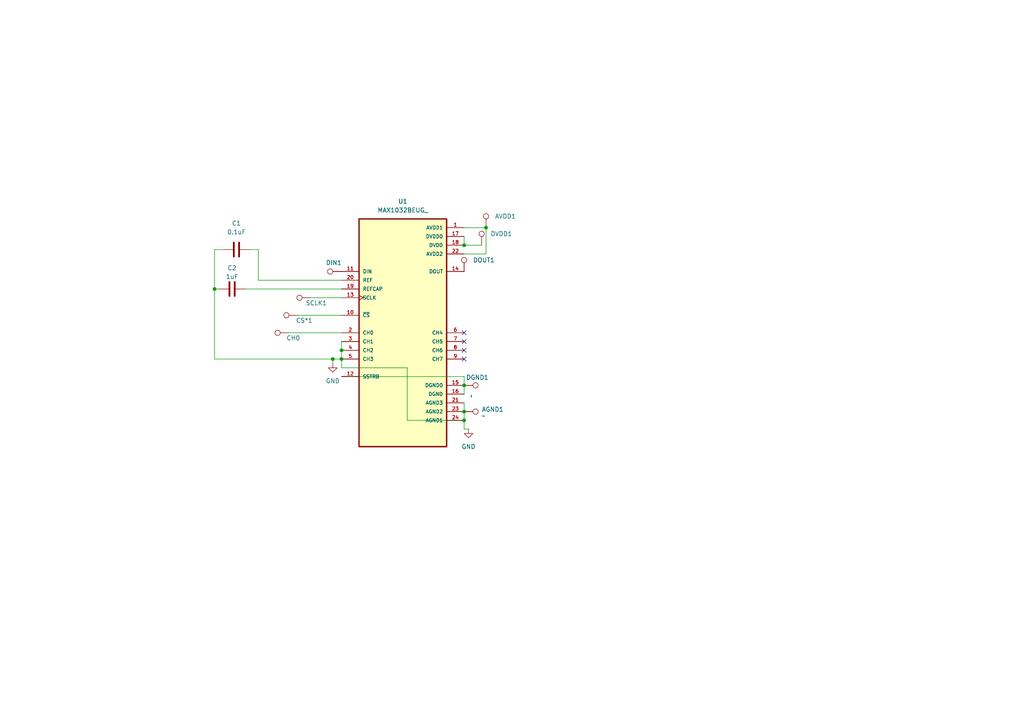
<source format=kicad_sch>
(kicad_sch
	(version 20231120)
	(generator "eeschema")
	(generator_version "8.0")
	(uuid "5faffeae-06ed-462f-bbfd-126f358049ae")
	(paper "A4")
	(lib_symbols
		(symbol "Connector:TestPoint"
			(pin_numbers hide)
			(pin_names
				(offset 0.762) hide)
			(exclude_from_sim no)
			(in_bom yes)
			(on_board yes)
			(property "Reference" "TP"
				(at 0 6.858 0)
				(effects
					(font
						(size 1.27 1.27)
					)
				)
			)
			(property "Value" "TestPoint"
				(at 0 5.08 0)
				(effects
					(font
						(size 1.27 1.27)
					)
				)
			)
			(property "Footprint" ""
				(at 5.08 0 0)
				(effects
					(font
						(size 1.27 1.27)
					)
					(hide yes)
				)
			)
			(property "Datasheet" "~"
				(at 5.08 0 0)
				(effects
					(font
						(size 1.27 1.27)
					)
					(hide yes)
				)
			)
			(property "Description" "test point"
				(at 0 0 0)
				(effects
					(font
						(size 1.27 1.27)
					)
					(hide yes)
				)
			)
			(property "ki_keywords" "test point tp"
				(at 0 0 0)
				(effects
					(font
						(size 1.27 1.27)
					)
					(hide yes)
				)
			)
			(property "ki_fp_filters" "Pin* Test*"
				(at 0 0 0)
				(effects
					(font
						(size 1.27 1.27)
					)
					(hide yes)
				)
			)
			(symbol "TestPoint_0_1"
				(circle
					(center 0 3.302)
					(radius 0.762)
					(stroke
						(width 0)
						(type default)
					)
					(fill
						(type none)
					)
				)
			)
			(symbol "TestPoint_1_1"
				(pin passive line
					(at 0 0 90)
					(length 2.54)
					(name "1"
						(effects
							(font
								(size 1.27 1.27)
							)
						)
					)
					(number "1"
						(effects
							(font
								(size 1.27 1.27)
							)
						)
					)
				)
			)
		)
		(symbol "Device:C"
			(pin_numbers hide)
			(pin_names
				(offset 0.254)
			)
			(exclude_from_sim no)
			(in_bom yes)
			(on_board yes)
			(property "Reference" "C"
				(at 0.635 2.54 0)
				(effects
					(font
						(size 1.27 1.27)
					)
					(justify left)
				)
			)
			(property "Value" "C"
				(at 0.635 -2.54 0)
				(effects
					(font
						(size 1.27 1.27)
					)
					(justify left)
				)
			)
			(property "Footprint" ""
				(at 0.9652 -3.81 0)
				(effects
					(font
						(size 1.27 1.27)
					)
					(hide yes)
				)
			)
			(property "Datasheet" "~"
				(at 0 0 0)
				(effects
					(font
						(size 1.27 1.27)
					)
					(hide yes)
				)
			)
			(property "Description" "Unpolarized capacitor"
				(at 0 0 0)
				(effects
					(font
						(size 1.27 1.27)
					)
					(hide yes)
				)
			)
			(property "ki_keywords" "cap capacitor"
				(at 0 0 0)
				(effects
					(font
						(size 1.27 1.27)
					)
					(hide yes)
				)
			)
			(property "ki_fp_filters" "C_*"
				(at 0 0 0)
				(effects
					(font
						(size 1.27 1.27)
					)
					(hide yes)
				)
			)
			(symbol "C_0_1"
				(polyline
					(pts
						(xy -2.032 -0.762) (xy 2.032 -0.762)
					)
					(stroke
						(width 0.508)
						(type default)
					)
					(fill
						(type none)
					)
				)
				(polyline
					(pts
						(xy -2.032 0.762) (xy 2.032 0.762)
					)
					(stroke
						(width 0.508)
						(type default)
					)
					(fill
						(type none)
					)
				)
			)
			(symbol "C_1_1"
				(pin passive line
					(at 0 3.81 270)
					(length 2.794)
					(name "~"
						(effects
							(font
								(size 1.27 1.27)
							)
						)
					)
					(number "1"
						(effects
							(font
								(size 1.27 1.27)
							)
						)
					)
				)
				(pin passive line
					(at 0 -3.81 90)
					(length 2.794)
					(name "~"
						(effects
							(font
								(size 1.27 1.27)
							)
						)
					)
					(number "2"
						(effects
							(font
								(size 1.27 1.27)
							)
						)
					)
				)
			)
		)
		(symbol "MAX1032BEUG_:MAX1032BEUG_"
			(pin_names
				(offset 1.016)
			)
			(exclude_from_sim no)
			(in_bom yes)
			(on_board yes)
			(property "Reference" "U"
				(at -12.7 34.0106 0)
				(effects
					(font
						(size 1.27 1.27)
					)
					(justify left bottom)
				)
			)
			(property "Value" "MAX1032BEUG_"
				(at -12.7 -37.0078 0)
				(effects
					(font
						(size 1.27 1.27)
					)
					(justify left bottom)
				)
			)
			(property "Footprint" "SOP65P640X110-24N"
				(at 0 0 0)
				(effects
					(font
						(size 1.27 1.27)
					)
					(justify left bottom)
					(hide yes)
				)
			)
			(property "Datasheet" ""
				(at 0 0 0)
				(effects
					(font
						(size 1.27 1.27)
					)
					(justify left bottom)
					(hide yes)
				)
			)
			(property "Description" ""
				(at 0 0 0)
				(effects
					(font
						(size 1.27 1.27)
					)
					(hide yes)
				)
			)
			(property "MF" "Analog Devices"
				(at 0 0 0)
				(effects
					(font
						(size 1.27 1.27)
					)
					(justify left bottom)
					(hide yes)
				)
			)
			(property "Description_1" "\\n                        \\n                            8- and 4-Channel, ±3 x VREF Multirange Inputs, Serial 14-Bit ADCs\\n                        \\n"
				(at 0 0 0)
				(effects
					(font
						(size 1.27 1.27)
					)
					(justify left bottom)
					(hide yes)
				)
			)
			(property "Package" "TSSOP-24 Maxim"
				(at 0 0 0)
				(effects
					(font
						(size 1.27 1.27)
					)
					(justify left bottom)
					(hide yes)
				)
			)
			(property "Price" "None"
				(at 0 0 0)
				(effects
					(font
						(size 1.27 1.27)
					)
					(justify left bottom)
					(hide yes)
				)
			)
			(property "SnapEDA_Link" "https://www.snapeda.com/parts/MAX1032BEUG+/Analog+Devices/view-part/?ref=snap"
				(at 0 0 0)
				(effects
					(font
						(size 1.27 1.27)
					)
					(justify left bottom)
					(hide yes)
				)
			)
			(property "MP" "MAX1032BEUG+"
				(at 0 0 0)
				(effects
					(font
						(size 1.27 1.27)
					)
					(justify left bottom)
					(hide yes)
				)
			)
			(property "Availability" "In Stock"
				(at 0 0 0)
				(effects
					(font
						(size 1.27 1.27)
					)
					(justify left bottom)
					(hide yes)
				)
			)
			(property "Check_prices" "https://www.snapeda.com/parts/MAX1032BEUG+/Analog+Devices/view-part/?ref=eda"
				(at 0 0 0)
				(effects
					(font
						(size 1.27 1.27)
					)
					(justify left bottom)
					(hide yes)
				)
			)
			(property "ki_locked" ""
				(at 0 0 0)
				(effects
					(font
						(size 1.27 1.27)
					)
				)
			)
			(symbol "MAX1032BEUG__0_0"
				(rectangle
					(start -12.7 -33.02)
					(end 12.7 33.02)
					(stroke
						(width 0.4064)
						(type solid)
					)
					(fill
						(type background)
					)
				)
				(pin power_in line
					(at 17.78 30.48 180)
					(length 5.08)
					(name "AVDD1"
						(effects
							(font
								(size 1.016 1.016)
							)
						)
					)
					(number "1"
						(effects
							(font
								(size 1.016 1.016)
							)
						)
					)
				)
				(pin bidirectional line
					(at -17.78 5.08 0)
					(length 5.08)
					(name "~{CS}"
						(effects
							(font
								(size 1.016 1.016)
							)
						)
					)
					(number "10"
						(effects
							(font
								(size 1.016 1.016)
							)
						)
					)
				)
				(pin input line
					(at -17.78 17.78 0)
					(length 5.08)
					(name "DIN"
						(effects
							(font
								(size 1.016 1.016)
							)
						)
					)
					(number "11"
						(effects
							(font
								(size 1.016 1.016)
							)
						)
					)
				)
				(pin bidirectional line
					(at -17.78 -12.7 0)
					(length 5.08)
					(name "SSTRB"
						(effects
							(font
								(size 1.016 1.016)
							)
						)
					)
					(number "12"
						(effects
							(font
								(size 1.016 1.016)
							)
						)
					)
				)
				(pin input clock
					(at -17.78 10.16 0)
					(length 5.08)
					(name "SCLK"
						(effects
							(font
								(size 1.016 1.016)
							)
						)
					)
					(number "13"
						(effects
							(font
								(size 1.016 1.016)
							)
						)
					)
				)
				(pin output line
					(at 17.78 17.78 180)
					(length 5.08)
					(name "DOUT"
						(effects
							(font
								(size 1.016 1.016)
							)
						)
					)
					(number "14"
						(effects
							(font
								(size 1.016 1.016)
							)
						)
					)
				)
				(pin power_in line
					(at 17.78 -15.24 180)
					(length 5.08)
					(name "DGND0"
						(effects
							(font
								(size 1.016 1.016)
							)
						)
					)
					(number "15"
						(effects
							(font
								(size 1.016 1.016)
							)
						)
					)
				)
				(pin power_in line
					(at 17.78 -17.78 180)
					(length 5.08)
					(name "DGND"
						(effects
							(font
								(size 1.016 1.016)
							)
						)
					)
					(number "16"
						(effects
							(font
								(size 1.016 1.016)
							)
						)
					)
				)
				(pin power_in line
					(at 17.78 27.94 180)
					(length 5.08)
					(name "DVDD0"
						(effects
							(font
								(size 1.016 1.016)
							)
						)
					)
					(number "17"
						(effects
							(font
								(size 1.016 1.016)
							)
						)
					)
				)
				(pin power_in line
					(at 17.78 25.4 180)
					(length 5.08)
					(name "DVDD"
						(effects
							(font
								(size 1.016 1.016)
							)
						)
					)
					(number "18"
						(effects
							(font
								(size 1.016 1.016)
							)
						)
					)
				)
				(pin input line
					(at -17.78 12.7 0)
					(length 5.08)
					(name "REFCAP"
						(effects
							(font
								(size 1.016 1.016)
							)
						)
					)
					(number "19"
						(effects
							(font
								(size 1.016 1.016)
							)
						)
					)
				)
				(pin bidirectional line
					(at -17.78 0 0)
					(length 5.08)
					(name "CH0"
						(effects
							(font
								(size 1.016 1.016)
							)
						)
					)
					(number "2"
						(effects
							(font
								(size 1.016 1.016)
							)
						)
					)
				)
				(pin input line
					(at -17.78 15.24 0)
					(length 5.08)
					(name "REF"
						(effects
							(font
								(size 1.016 1.016)
							)
						)
					)
					(number "20"
						(effects
							(font
								(size 1.016 1.016)
							)
						)
					)
				)
				(pin power_in line
					(at 17.78 -20.32 180)
					(length 5.08)
					(name "AGND3"
						(effects
							(font
								(size 1.016 1.016)
							)
						)
					)
					(number "21"
						(effects
							(font
								(size 1.016 1.016)
							)
						)
					)
				)
				(pin power_in line
					(at 17.78 22.86 180)
					(length 5.08)
					(name "AVDD2"
						(effects
							(font
								(size 1.016 1.016)
							)
						)
					)
					(number "22"
						(effects
							(font
								(size 1.016 1.016)
							)
						)
					)
				)
				(pin power_in line
					(at 17.78 -22.86 180)
					(length 5.08)
					(name "AGND2"
						(effects
							(font
								(size 1.016 1.016)
							)
						)
					)
					(number "23"
						(effects
							(font
								(size 1.016 1.016)
							)
						)
					)
				)
				(pin power_in line
					(at 17.78 -25.4 180)
					(length 5.08)
					(name "AGND1"
						(effects
							(font
								(size 1.016 1.016)
							)
						)
					)
					(number "24"
						(effects
							(font
								(size 1.016 1.016)
							)
						)
					)
				)
				(pin bidirectional line
					(at -17.78 -2.54 0)
					(length 5.08)
					(name "CH1"
						(effects
							(font
								(size 1.016 1.016)
							)
						)
					)
					(number "3"
						(effects
							(font
								(size 1.016 1.016)
							)
						)
					)
				)
				(pin bidirectional line
					(at -17.78 -5.08 0)
					(length 5.08)
					(name "CH2"
						(effects
							(font
								(size 1.016 1.016)
							)
						)
					)
					(number "4"
						(effects
							(font
								(size 1.016 1.016)
							)
						)
					)
				)
				(pin bidirectional line
					(at -17.78 -7.62 0)
					(length 5.08)
					(name "CH3"
						(effects
							(font
								(size 1.016 1.016)
							)
						)
					)
					(number "5"
						(effects
							(font
								(size 1.016 1.016)
							)
						)
					)
				)
				(pin bidirectional line
					(at 17.78 0 180)
					(length 5.08)
					(name "CH4"
						(effects
							(font
								(size 1.016 1.016)
							)
						)
					)
					(number "6"
						(effects
							(font
								(size 1.016 1.016)
							)
						)
					)
				)
				(pin bidirectional line
					(at 17.78 -2.54 180)
					(length 5.08)
					(name "CH5"
						(effects
							(font
								(size 1.016 1.016)
							)
						)
					)
					(number "7"
						(effects
							(font
								(size 1.016 1.016)
							)
						)
					)
				)
				(pin bidirectional line
					(at 17.78 -5.08 180)
					(length 5.08)
					(name "CH6"
						(effects
							(font
								(size 1.016 1.016)
							)
						)
					)
					(number "8"
						(effects
							(font
								(size 1.016 1.016)
							)
						)
					)
				)
				(pin bidirectional line
					(at 17.78 -7.62 180)
					(length 5.08)
					(name "CH7"
						(effects
							(font
								(size 1.016 1.016)
							)
						)
					)
					(number "9"
						(effects
							(font
								(size 1.016 1.016)
							)
						)
					)
				)
			)
		)
		(symbol "power:GND"
			(power)
			(pin_numbers hide)
			(pin_names
				(offset 0) hide)
			(exclude_from_sim no)
			(in_bom yes)
			(on_board yes)
			(property "Reference" "#PWR"
				(at 0 -6.35 0)
				(effects
					(font
						(size 1.27 1.27)
					)
					(hide yes)
				)
			)
			(property "Value" "GND"
				(at 0 -3.81 0)
				(effects
					(font
						(size 1.27 1.27)
					)
				)
			)
			(property "Footprint" ""
				(at 0 0 0)
				(effects
					(font
						(size 1.27 1.27)
					)
					(hide yes)
				)
			)
			(property "Datasheet" ""
				(at 0 0 0)
				(effects
					(font
						(size 1.27 1.27)
					)
					(hide yes)
				)
			)
			(property "Description" "Power symbol creates a global label with name \"GND\" , ground"
				(at 0 0 0)
				(effects
					(font
						(size 1.27 1.27)
					)
					(hide yes)
				)
			)
			(property "ki_keywords" "global power"
				(at 0 0 0)
				(effects
					(font
						(size 1.27 1.27)
					)
					(hide yes)
				)
			)
			(symbol "GND_0_1"
				(polyline
					(pts
						(xy 0 0) (xy 0 -1.27) (xy 1.27 -1.27) (xy 0 -2.54) (xy -1.27 -1.27) (xy 0 -1.27)
					)
					(stroke
						(width 0)
						(type default)
					)
					(fill
						(type none)
					)
				)
			)
			(symbol "GND_1_1"
				(pin power_in line
					(at 0 0 270)
					(length 0)
					(name "~"
						(effects
							(font
								(size 1.27 1.27)
							)
						)
					)
					(number "1"
						(effects
							(font
								(size 1.27 1.27)
							)
						)
					)
				)
			)
		)
	)
	(junction
		(at 134.62 111.76)
		(diameter 0)
		(color 0 0 0 0)
		(uuid "10751c8e-deb1-42f9-bd5e-64fe6dba40d5")
	)
	(junction
		(at 134.62 71.12)
		(diameter 0)
		(color 0 0 0 0)
		(uuid "2168b943-880d-4370-87e8-d78a4239c000")
	)
	(junction
		(at 62.23 83.82)
		(diameter 0)
		(color 0 0 0 0)
		(uuid "31ce56c2-559a-4c67-a22e-31c979763602")
	)
	(junction
		(at 134.62 119.38)
		(diameter 0)
		(color 0 0 0 0)
		(uuid "45b6ffb1-c2cc-45f3-b864-5e7f999dfde6")
	)
	(junction
		(at 140.97 66.04)
		(diameter 0)
		(color 0 0 0 0)
		(uuid "4ce72024-c7bf-4449-938f-74e191051bff")
	)
	(junction
		(at 99.06 101.6)
		(diameter 0)
		(color 0 0 0 0)
		(uuid "ae7cfd79-4e47-47b8-a944-3cff7ff60e91")
	)
	(junction
		(at 96.52 104.14)
		(diameter 0)
		(color 0 0 0 0)
		(uuid "b7b48a93-5302-4d6d-8105-9f0e74cfee65")
	)
	(junction
		(at 134.62 121.92)
		(diameter 0)
		(color 0 0 0 0)
		(uuid "bb65c5b6-da52-48ea-9057-ce04bf1b9053")
	)
	(junction
		(at 99.06 104.14)
		(diameter 0)
		(color 0 0 0 0)
		(uuid "da66e641-b633-4475-9462-f6bb00c39f70")
	)
	(no_connect
		(at 134.62 99.06)
		(uuid "0665e13a-36a3-4685-b8c2-76f0e4b65c69")
	)
	(no_connect
		(at 134.62 96.52)
		(uuid "2bdcb854-e6f8-47f1-9056-487e9fbdbec8")
	)
	(no_connect
		(at 134.62 101.6)
		(uuid "59d3940a-5e86-4a57-b0f4-6c0078ed77c6")
	)
	(no_connect
		(at 134.62 104.14)
		(uuid "d03308d1-a4f2-4426-8ce9-74bc544d5c2a")
	)
	(wire
		(pts
			(xy 134.62 116.84) (xy 134.62 119.38)
		)
		(stroke
			(width 0)
			(type default)
		)
		(uuid "03866b4a-ea60-48b9-a86e-52669dadd25f")
	)
	(wire
		(pts
			(xy 99.06 101.6) (xy 99.06 104.14)
		)
		(stroke
			(width 0)
			(type default)
		)
		(uuid "06ce604e-b4df-4322-ae04-bf6d647e71aa")
	)
	(wire
		(pts
			(xy 134.62 109.22) (xy 134.62 111.76)
		)
		(stroke
			(width 0)
			(type default)
		)
		(uuid "098776d8-34be-4ea8-a986-70111ef0897b")
	)
	(wire
		(pts
			(xy 72.39 72.39) (xy 74.93 72.39)
		)
		(stroke
			(width 0)
			(type default)
		)
		(uuid "14ba882a-c5d4-4333-a8ed-15549b8d5f7f")
	)
	(wire
		(pts
			(xy 140.97 66.04) (xy 134.62 66.04)
		)
		(stroke
			(width 0)
			(type default)
		)
		(uuid "1c37b315-5c64-409b-8961-5d0ff0fb6ec6")
	)
	(wire
		(pts
			(xy 90.17 86.36) (xy 99.06 86.36)
		)
		(stroke
			(width 0)
			(type default)
		)
		(uuid "1e375161-d72a-481d-8d59-d9d34fa1004e")
	)
	(wire
		(pts
			(xy 134.62 111.76) (xy 134.62 114.3)
		)
		(stroke
			(width 0)
			(type default)
		)
		(uuid "281c3d04-11f2-477b-b5b8-86379d843ce2")
	)
	(wire
		(pts
			(xy 83.82 96.52) (xy 99.06 96.52)
		)
		(stroke
			(width 0)
			(type default)
		)
		(uuid "2c489572-b91c-4004-aaa1-328dae05e10b")
	)
	(wire
		(pts
			(xy 99.06 104.14) (xy 96.52 104.14)
		)
		(stroke
			(width 0)
			(type default)
		)
		(uuid "305f715b-42b3-4dbd-a85a-203c55fc8a01")
	)
	(wire
		(pts
			(xy 118.11 121.92) (xy 134.62 121.92)
		)
		(stroke
			(width 0)
			(type default)
		)
		(uuid "3407252b-3837-4b85-91e8-aeba87a4dea9")
	)
	(wire
		(pts
			(xy 62.23 83.82) (xy 63.5 83.82)
		)
		(stroke
			(width 0)
			(type default)
		)
		(uuid "348d4ce1-19fc-4693-980f-2691a7bbdbdc")
	)
	(wire
		(pts
			(xy 134.62 71.12) (xy 139.7 71.12)
		)
		(stroke
			(width 0)
			(type default)
		)
		(uuid "4dde0ce7-d733-4d1c-81a1-57152c757afb")
	)
	(wire
		(pts
			(xy 64.77 72.39) (xy 62.23 72.39)
		)
		(stroke
			(width 0)
			(type default)
		)
		(uuid "58a1db37-dc39-417d-b1bd-bef212246fea")
	)
	(wire
		(pts
			(xy 118.11 106.68) (xy 118.11 121.92)
		)
		(stroke
			(width 0)
			(type default)
		)
		(uuid "58da6f3d-16a1-42ef-bdfc-46b00bede24a")
	)
	(wire
		(pts
			(xy 99.06 106.68) (xy 118.11 106.68)
		)
		(stroke
			(width 0)
			(type default)
		)
		(uuid "631c9c09-dfa8-4479-ba04-538b78e81049")
	)
	(wire
		(pts
			(xy 62.23 83.82) (xy 62.23 104.14)
		)
		(stroke
			(width 0)
			(type default)
		)
		(uuid "6e2cd137-3919-45c9-8877-aa4dae718d08")
	)
	(wire
		(pts
			(xy 140.97 73.66) (xy 134.62 73.66)
		)
		(stroke
			(width 0)
			(type default)
		)
		(uuid "82aef45f-4d4c-4719-9458-a0370b772370")
	)
	(wire
		(pts
			(xy 96.52 104.14) (xy 96.52 105.41)
		)
		(stroke
			(width 0)
			(type default)
		)
		(uuid "8562bc2a-d7a5-49a5-b3ef-7d23a3fd7da7")
	)
	(wire
		(pts
			(xy 62.23 104.14) (xy 96.52 104.14)
		)
		(stroke
			(width 0)
			(type default)
		)
		(uuid "8fa0ebac-f480-4f8f-81bc-625107838ed3")
	)
	(wire
		(pts
			(xy 134.62 119.38) (xy 134.62 121.92)
		)
		(stroke
			(width 0)
			(type default)
		)
		(uuid "94df9f18-938a-4387-baf0-5b122ac7b87d")
	)
	(wire
		(pts
			(xy 74.93 81.28) (xy 74.93 72.39)
		)
		(stroke
			(width 0)
			(type default)
		)
		(uuid "95f5e2d6-3951-4f09-9a13-1c7630e3dbea")
	)
	(wire
		(pts
			(xy 86.36 91.44) (xy 99.06 91.44)
		)
		(stroke
			(width 0)
			(type default)
		)
		(uuid "9ff4a141-e2ac-4c97-8a60-220baf92707c")
	)
	(wire
		(pts
			(xy 140.97 66.04) (xy 140.97 73.66)
		)
		(stroke
			(width 0)
			(type default)
		)
		(uuid "a342d011-6998-4f5a-b96e-6ee2c3f06aa6")
	)
	(wire
		(pts
			(xy 134.62 68.58) (xy 134.62 71.12)
		)
		(stroke
			(width 0)
			(type default)
		)
		(uuid "adba273c-089d-495f-99bf-40a105089feb")
	)
	(wire
		(pts
			(xy 99.06 109.22) (xy 134.62 109.22)
		)
		(stroke
			(width 0)
			(type default)
		)
		(uuid "b5e0dba5-1515-4459-9be6-1672777a48c7")
	)
	(wire
		(pts
			(xy 99.06 99.06) (xy 99.06 101.6)
		)
		(stroke
			(width 0)
			(type default)
		)
		(uuid "c0902d27-d6a6-4075-b23b-58bbe0404cf7")
	)
	(wire
		(pts
			(xy 99.06 81.28) (xy 74.93 81.28)
		)
		(stroke
			(width 0)
			(type default)
		)
		(uuid "ccb38f00-e473-49e2-99e5-e7c3bd404a9b")
	)
	(wire
		(pts
			(xy 134.62 121.92) (xy 134.62 124.46)
		)
		(stroke
			(width 0)
			(type default)
		)
		(uuid "d0ef008e-730e-4272-8e2b-033e2ee0fb42")
	)
	(wire
		(pts
			(xy 134.62 124.46) (xy 135.89 124.46)
		)
		(stroke
			(width 0)
			(type default)
		)
		(uuid "d6ace7d9-ed13-4e47-9258-b643939b2c56")
	)
	(wire
		(pts
			(xy 62.23 72.39) (xy 62.23 83.82)
		)
		(stroke
			(width 0)
			(type default)
		)
		(uuid "daee1321-86cd-4e07-a89c-d74e9098d87d")
	)
	(wire
		(pts
			(xy 99.06 104.14) (xy 99.06 106.68)
		)
		(stroke
			(width 0)
			(type default)
		)
		(uuid "e9bc7f32-cedf-4059-bc06-cdec3ec0a850")
	)
	(wire
		(pts
			(xy 71.12 83.82) (xy 99.06 83.82)
		)
		(stroke
			(width 0)
			(type default)
		)
		(uuid "ec8dbe9f-64bf-4a09-9290-25716c52ea5b")
	)
	(symbol
		(lib_id "Connector:TestPoint")
		(at 134.62 78.74 0)
		(unit 1)
		(exclude_from_sim no)
		(in_bom yes)
		(on_board yes)
		(dnp no)
		(fields_autoplaced yes)
		(uuid "0d4d9a87-9b26-4e35-a410-c675a4bd0d34")
		(property "Reference" "DOUT1"
			(at 137.16 75.4379 0)
			(effects
				(font
					(size 1.27 1.27)
				)
				(justify left)
			)
		)
		(property "Value" "TestPoint"
			(at 137.16 76.7079 0)
			(effects
				(font
					(size 1.27 1.27)
				)
				(justify left)
				(hide yes)
			)
		)
		(property "Footprint" "TestPoint:TestPoint_THTPad_D1.5mm_Drill0.7mm"
			(at 139.7 78.74 0)
			(effects
				(font
					(size 1.27 1.27)
				)
				(hide yes)
			)
		)
		(property "Datasheet" "~"
			(at 139.7 78.74 0)
			(effects
				(font
					(size 1.27 1.27)
				)
				(hide yes)
			)
		)
		(property "Description" "test point"
			(at 134.62 78.74 0)
			(effects
				(font
					(size 1.27 1.27)
				)
				(hide yes)
			)
		)
		(pin "1"
			(uuid "9a9d277c-e1e2-493a-8571-08fb2c6524c4")
		)
		(instances
			(project "MAX1032"
				(path "/5faffeae-06ed-462f-bbfd-126f358049ae"
					(reference "DOUT1")
					(unit 1)
				)
			)
		)
	)
	(symbol
		(lib_id "power:GND")
		(at 96.52 105.41 0)
		(unit 1)
		(exclude_from_sim no)
		(in_bom yes)
		(on_board yes)
		(dnp no)
		(fields_autoplaced yes)
		(uuid "4e26bcfc-1085-4184-b593-e25a4d743470")
		(property "Reference" "#PWR02"
			(at 96.52 111.76 0)
			(effects
				(font
					(size 1.27 1.27)
				)
				(hide yes)
			)
		)
		(property "Value" "GND"
			(at 96.52 110.49 0)
			(effects
				(font
					(size 1.27 1.27)
				)
			)
		)
		(property "Footprint" ""
			(at 96.52 105.41 0)
			(effects
				(font
					(size 1.27 1.27)
				)
				(hide yes)
			)
		)
		(property "Datasheet" ""
			(at 96.52 105.41 0)
			(effects
				(font
					(size 1.27 1.27)
				)
				(hide yes)
			)
		)
		(property "Description" "Power symbol creates a global label with name \"GND\" , ground"
			(at 96.52 105.41 0)
			(effects
				(font
					(size 1.27 1.27)
				)
				(hide yes)
			)
		)
		(pin "1"
			(uuid "f583fcb6-8c06-442c-af67-29107d2f5b41")
		)
		(instances
			(project "MAX1032"
				(path "/5faffeae-06ed-462f-bbfd-126f358049ae"
					(reference "#PWR02")
					(unit 1)
				)
			)
		)
	)
	(symbol
		(lib_id "Connector:TestPoint")
		(at 86.36 91.44 90)
		(unit 1)
		(exclude_from_sim no)
		(in_bom yes)
		(on_board yes)
		(dnp no)
		(uuid "6598ca66-cb5d-4f5a-8e44-99113df71dba")
		(property "Reference" "CS*1"
			(at 90.678 92.964 90)
			(effects
				(font
					(size 1.27 1.27)
				)
				(justify left)
			)
		)
		(property "Value" "TestPoint"
			(at 84.3279 88.9 0)
			(effects
				(font
					(size 1.27 1.27)
				)
				(justify left)
				(hide yes)
			)
		)
		(property "Footprint" "TestPoint:TestPoint_THTPad_D1.5mm_Drill0.7mm"
			(at 86.36 86.36 0)
			(effects
				(font
					(size 1.27 1.27)
				)
				(hide yes)
			)
		)
		(property "Datasheet" "~"
			(at 86.36 86.36 0)
			(effects
				(font
					(size 1.27 1.27)
				)
				(hide yes)
			)
		)
		(property "Description" "test point"
			(at 86.36 91.44 0)
			(effects
				(font
					(size 1.27 1.27)
				)
				(hide yes)
			)
		)
		(pin "1"
			(uuid "ab8b73ce-71a8-4acb-a1ef-d4baad818bc5")
		)
		(instances
			(project "MAX1032"
				(path "/5faffeae-06ed-462f-bbfd-126f358049ae"
					(reference "CS*1")
					(unit 1)
				)
			)
		)
	)
	(symbol
		(lib_id "power:GND")
		(at 135.89 124.46 0)
		(unit 1)
		(exclude_from_sim no)
		(in_bom yes)
		(on_board yes)
		(dnp no)
		(fields_autoplaced yes)
		(uuid "6e345ad9-b38c-4fce-98f9-ef2dd78e80b9")
		(property "Reference" "#PWR01"
			(at 135.89 130.81 0)
			(effects
				(font
					(size 1.27 1.27)
				)
				(hide yes)
			)
		)
		(property "Value" "GND"
			(at 135.89 129.54 0)
			(effects
				(font
					(size 1.27 1.27)
				)
			)
		)
		(property "Footprint" ""
			(at 135.89 124.46 0)
			(effects
				(font
					(size 1.27 1.27)
				)
				(hide yes)
			)
		)
		(property "Datasheet" ""
			(at 135.89 124.46 0)
			(effects
				(font
					(size 1.27 1.27)
				)
				(hide yes)
			)
		)
		(property "Description" "Power symbol creates a global label with name \"GND\" , ground"
			(at 135.89 124.46 0)
			(effects
				(font
					(size 1.27 1.27)
				)
				(hide yes)
			)
		)
		(pin "1"
			(uuid "55104fe6-336e-4dac-924f-c57acbdb3ae3")
		)
		(instances
			(project ""
				(path "/5faffeae-06ed-462f-bbfd-126f358049ae"
					(reference "#PWR01")
					(unit 1)
				)
			)
		)
	)
	(symbol
		(lib_id "Device:C")
		(at 67.31 83.82 270)
		(unit 1)
		(exclude_from_sim no)
		(in_bom yes)
		(on_board yes)
		(dnp no)
		(uuid "6ecf91c7-7c93-4d49-968c-8e74df40d733")
		(property "Reference" "C2"
			(at 67.31 77.724 90)
			(effects
				(font
					(size 1.27 1.27)
				)
			)
		)
		(property "Value" "1uF"
			(at 67.31 80.264 90)
			(effects
				(font
					(size 1.27 1.27)
				)
			)
		)
		(property "Footprint" "Capacitor_THT:C_Radial_D6.3mm_H5.0mm_P2.50mm"
			(at 63.5 84.7852 0)
			(effects
				(font
					(size 1.27 1.27)
				)
				(hide yes)
			)
		)
		(property "Datasheet" "~"
			(at 67.31 83.82 0)
			(effects
				(font
					(size 1.27 1.27)
				)
				(hide yes)
			)
		)
		(property "Description" "Unpolarized capacitor"
			(at 67.31 83.82 0)
			(effects
				(font
					(size 1.27 1.27)
				)
				(hide yes)
			)
		)
		(pin "1"
			(uuid "b098e221-e726-41bd-8ddf-444b0f628acc")
		)
		(pin "2"
			(uuid "9e2a6975-8786-4de5-a721-49e304bc6262")
		)
		(instances
			(project "MAX1032"
				(path "/5faffeae-06ed-462f-bbfd-126f358049ae"
					(reference "C2")
					(unit 1)
				)
			)
		)
	)
	(symbol
		(lib_id "Connector:TestPoint")
		(at 139.7 71.12 0)
		(unit 1)
		(exclude_from_sim no)
		(in_bom yes)
		(on_board yes)
		(dnp no)
		(fields_autoplaced yes)
		(uuid "73d2ad66-8bf5-4e46-8dda-5cecde9fad0f")
		(property "Reference" "DVDD1"
			(at 142.24 67.8179 0)
			(effects
				(font
					(size 1.27 1.27)
				)
				(justify left)
			)
		)
		(property "Value" "TestPoint"
			(at 142.24 69.0879 0)
			(effects
				(font
					(size 1.27 1.27)
				)
				(justify left)
				(hide yes)
			)
		)
		(property "Footprint" "TestPoint:TestPoint_THTPad_D1.5mm_Drill0.7mm"
			(at 144.78 71.12 0)
			(effects
				(font
					(size 1.27 1.27)
				)
				(hide yes)
			)
		)
		(property "Datasheet" "~"
			(at 144.78 71.12 0)
			(effects
				(font
					(size 1.27 1.27)
				)
				(hide yes)
			)
		)
		(property "Description" "test point"
			(at 139.7 71.12 0)
			(effects
				(font
					(size 1.27 1.27)
				)
				(hide yes)
			)
		)
		(pin "1"
			(uuid "3922b2e0-5f80-4f7a-9c4f-61b67dacea40")
		)
		(instances
			(project "MAX1032"
				(path "/5faffeae-06ed-462f-bbfd-126f358049ae"
					(reference "DVDD1")
					(unit 1)
				)
			)
		)
	)
	(symbol
		(lib_id "MAX1032BEUG_:MAX1032BEUG_")
		(at 116.84 96.52 0)
		(unit 1)
		(exclude_from_sim no)
		(in_bom yes)
		(on_board yes)
		(dnp no)
		(fields_autoplaced yes)
		(uuid "85fdc7ff-a819-4c42-89ca-89fe534df41f")
		(property "Reference" "U1"
			(at 116.84 58.42 0)
			(effects
				(font
					(size 1.27 1.27)
				)
			)
		)
		(property "Value" "MAX1032BEUG_"
			(at 116.84 60.96 0)
			(effects
				(font
					(size 1.27 1.27)
				)
			)
		)
		(property "Footprint" "MAX1032:SOP65P640X110-24N"
			(at 116.84 96.52 0)
			(effects
				(font
					(size 1.27 1.27)
				)
				(justify left bottom)
				(hide yes)
			)
		)
		(property "Datasheet" ""
			(at 116.84 96.52 0)
			(effects
				(font
					(size 1.27 1.27)
				)
				(justify left bottom)
				(hide yes)
			)
		)
		(property "Description" ""
			(at 116.84 96.52 0)
			(effects
				(font
					(size 1.27 1.27)
				)
				(hide yes)
			)
		)
		(property "MF" "Analog Devices"
			(at 116.84 96.52 0)
			(effects
				(font
					(size 1.27 1.27)
				)
				(justify left bottom)
				(hide yes)
			)
		)
		(property "Description_1" "\\n                        \\n                            8- and 4-Channel, ±3 x VREF Multirange Inputs, Serial 14-Bit ADCs\\n                        \\n"
			(at 116.84 96.52 0)
			(effects
				(font
					(size 1.27 1.27)
				)
				(justify left bottom)
				(hide yes)
			)
		)
		(property "Package" "TSSOP-24 Maxim"
			(at 116.84 96.52 0)
			(effects
				(font
					(size 1.27 1.27)
				)
				(justify left bottom)
				(hide yes)
			)
		)
		(property "Price" "None"
			(at 116.84 96.52 0)
			(effects
				(font
					(size 1.27 1.27)
				)
				(justify left bottom)
				(hide yes)
			)
		)
		(property "SnapEDA_Link" "https://www.snapeda.com/parts/MAX1032BEUG+/Analog+Devices/view-part/?ref=snap"
			(at 116.84 96.52 0)
			(effects
				(font
					(size 1.27 1.27)
				)
				(justify left bottom)
				(hide yes)
			)
		)
		(property "MP" "MAX1032BEUG+"
			(at 116.84 96.52 0)
			(effects
				(font
					(size 1.27 1.27)
				)
				(justify left bottom)
				(hide yes)
			)
		)
		(property "Availability" "In Stock"
			(at 116.84 96.52 0)
			(effects
				(font
					(size 1.27 1.27)
				)
				(justify left bottom)
				(hide yes)
			)
		)
		(property "Check_prices" "https://www.snapeda.com/parts/MAX1032BEUG+/Analog+Devices/view-part/?ref=eda"
			(at 116.84 96.52 0)
			(effects
				(font
					(size 1.27 1.27)
				)
				(justify left bottom)
				(hide yes)
			)
		)
		(pin "24"
			(uuid "0b6a3c89-db3f-49cd-b1f9-4134d6de0e66")
		)
		(pin "15"
			(uuid "36967bb1-bd4f-406a-95ca-3d11b3226d3c")
		)
		(pin "1"
			(uuid "26f5775b-6e13-4abe-94ee-379629ea26f4")
		)
		(pin "18"
			(uuid "855cfe4e-eab9-44e5-afc5-aee5c32020bc")
		)
		(pin "6"
			(uuid "74667b89-f8ce-4c4b-be7e-969e28d356ef")
		)
		(pin "10"
			(uuid "f811f503-ba05-4a47-bee2-de26e9689b65")
		)
		(pin "19"
			(uuid "7faf83d5-7bd3-44ab-b5d9-61d752029e47")
		)
		(pin "20"
			(uuid "1a442baa-0214-406e-92e0-eac9b1a563de")
		)
		(pin "23"
			(uuid "4f602d51-a220-4540-ae47-0f8d1c7428a8")
		)
		(pin "11"
			(uuid "06ffde73-2a11-4ea4-b6d7-6d0ad1e8c4b7")
		)
		(pin "13"
			(uuid "6415b42a-6041-4cf1-81af-22142e91c6aa")
		)
		(pin "7"
			(uuid "9d4b8b47-3baf-4ccd-b5fd-9052a87a5a78")
		)
		(pin "9"
			(uuid "342bda4c-5cc1-42fc-a8ef-fac9e19b21c6")
		)
		(pin "22"
			(uuid "997fee71-0219-474f-92e4-ba5e67b54b57")
		)
		(pin "8"
			(uuid "950d11e2-3d88-491b-aebf-372fecf21a3e")
		)
		(pin "4"
			(uuid "3dce68d0-fb6b-4f6f-bcc4-b529f4dcef0b")
		)
		(pin "2"
			(uuid "f988b87d-2169-4934-b8d2-c6b283802533")
		)
		(pin "14"
			(uuid "43301f8b-b770-47b2-8108-d7e50103f1bf")
		)
		(pin "17"
			(uuid "8a4ea77a-c179-4174-9f38-8af009bc2c4f")
		)
		(pin "12"
			(uuid "a953b252-2f71-4837-8aaf-538e4cad317b")
		)
		(pin "21"
			(uuid "c485e924-92c2-4e80-bdc6-d457a0eb9bb8")
		)
		(pin "3"
			(uuid "1d477e70-5890-43e9-a5b9-def3e39eefce")
		)
		(pin "5"
			(uuid "02086c30-23fe-4b8a-9103-1a8fbe5b2adb")
		)
		(pin "16"
			(uuid "6a7a69c5-95b9-48ad-bb69-ba2100fa7abd")
		)
		(instances
			(project ""
				(path "/5faffeae-06ed-462f-bbfd-126f358049ae"
					(reference "U1")
					(unit 1)
				)
			)
		)
	)
	(symbol
		(lib_id "Connector:TestPoint")
		(at 134.62 119.38 270)
		(unit 1)
		(exclude_from_sim no)
		(in_bom yes)
		(on_board yes)
		(dnp no)
		(fields_autoplaced yes)
		(uuid "89cb24bb-9f2f-44dc-a404-a05e8dab855b")
		(property "Reference" "AGND1"
			(at 139.7 118.7449 90)
			(effects
				(font
					(size 1.27 1.27)
				)
				(justify left)
			)
		)
		(property "Value" "~"
			(at 139.7 120.65 90)
			(effects
				(font
					(size 1.27 1.27)
				)
				(justify left)
			)
		)
		(property "Footprint" "TestPoint:TestPoint_THTPad_D1.5mm_Drill0.7mm"
			(at 134.62 124.46 0)
			(effects
				(font
					(size 1.27 1.27)
				)
				(hide yes)
			)
		)
		(property "Datasheet" "~"
			(at 134.62 124.46 0)
			(effects
				(font
					(size 1.27 1.27)
				)
				(hide yes)
			)
		)
		(property "Description" "test point"
			(at 134.62 119.38 0)
			(effects
				(font
					(size 1.27 1.27)
				)
				(hide yes)
			)
		)
		(pin "1"
			(uuid "11f57090-6a70-4f18-b271-f8b689e3ed4c")
		)
		(instances
			(project "MAX1032"
				(path "/5faffeae-06ed-462f-bbfd-126f358049ae"
					(reference "AGND1")
					(unit 1)
				)
			)
		)
	)
	(symbol
		(lib_id "Device:C")
		(at 68.58 72.39 90)
		(unit 1)
		(exclude_from_sim no)
		(in_bom yes)
		(on_board yes)
		(dnp no)
		(fields_autoplaced yes)
		(uuid "951d84e6-3e3a-4438-b58e-b24a49c05883")
		(property "Reference" "C1"
			(at 68.58 64.77 90)
			(effects
				(font
					(size 1.27 1.27)
				)
			)
		)
		(property "Value" "0.1uF"
			(at 68.58 67.31 90)
			(effects
				(font
					(size 1.27 1.27)
				)
			)
		)
		(property "Footprint" "Capacitor_THT:C_Radial_D6.3mm_H5.0mm_P2.50mm"
			(at 72.39 71.4248 0)
			(effects
				(font
					(size 1.27 1.27)
				)
				(hide yes)
			)
		)
		(property "Datasheet" "~"
			(at 68.58 72.39 0)
			(effects
				(font
					(size 1.27 1.27)
				)
				(hide yes)
			)
		)
		(property "Description" "Unpolarized capacitor"
			(at 68.58 72.39 0)
			(effects
				(font
					(size 1.27 1.27)
				)
				(hide yes)
			)
		)
		(pin "1"
			(uuid "00d5f3c9-2dbc-4d66-9edf-11a8fb8113f6")
		)
		(pin "2"
			(uuid "e656728f-330b-4ed2-b32c-6b8efbdfe9a3")
		)
		(instances
			(project "MAX1032"
				(path "/5faffeae-06ed-462f-bbfd-126f358049ae"
					(reference "C1")
					(unit 1)
				)
			)
		)
	)
	(symbol
		(lib_id "Connector:TestPoint")
		(at 83.82 96.52 90)
		(unit 1)
		(exclude_from_sim no)
		(in_bom yes)
		(on_board yes)
		(dnp no)
		(uuid "963eb41c-dca0-42e7-a6c2-27cad3d0236c")
		(property "Reference" "CH0"
			(at 83.058 98.044 90)
			(effects
				(font
					(size 1.27 1.27)
				)
				(justify right)
			)
		)
		(property "Value" "TestPoint"
			(at 81.7879 93.98 0)
			(effects
				(font
					(size 1.27 1.27)
				)
				(justify left)
				(hide yes)
			)
		)
		(property "Footprint" "TestPoint:TestPoint_THTPad_D1.5mm_Drill0.7mm"
			(at 83.82 91.44 0)
			(effects
				(font
					(size 1.27 1.27)
				)
				(hide yes)
			)
		)
		(property "Datasheet" "~"
			(at 83.82 91.44 0)
			(effects
				(font
					(size 1.27 1.27)
				)
				(hide yes)
			)
		)
		(property "Description" "test point"
			(at 83.82 96.52 0)
			(effects
				(font
					(size 1.27 1.27)
				)
				(hide yes)
			)
		)
		(pin "1"
			(uuid "a5f40d00-5850-4cc3-9de1-34249ca318ee")
		)
		(instances
			(project "MAX1032"
				(path "/5faffeae-06ed-462f-bbfd-126f358049ae"
					(reference "CH0")
					(unit 1)
				)
			)
		)
	)
	(symbol
		(lib_id "Connector:TestPoint")
		(at 99.06 78.74 90)
		(unit 1)
		(exclude_from_sim no)
		(in_bom yes)
		(on_board yes)
		(dnp no)
		(uuid "d9286fe0-08dc-4559-a587-71bc8d8e0766")
		(property "Reference" "DIN1"
			(at 94.4879 76.2 90)
			(effects
				(font
					(size 1.27 1.27)
				)
				(justify right)
			)
		)
		(property "Value" "TestPoint"
			(at 97.0279 76.2 0)
			(effects
				(font
					(size 1.27 1.27)
				)
				(justify left)
				(hide yes)
			)
		)
		(property "Footprint" "TestPoint:TestPoint_THTPad_D1.5mm_Drill0.7mm"
			(at 99.06 73.66 0)
			(effects
				(font
					(size 1.27 1.27)
				)
				(hide yes)
			)
		)
		(property "Datasheet" "~"
			(at 99.06 73.66 0)
			(effects
				(font
					(size 1.27 1.27)
				)
				(hide yes)
			)
		)
		(property "Description" "test point"
			(at 99.06 78.74 0)
			(effects
				(font
					(size 1.27 1.27)
				)
				(hide yes)
			)
		)
		(pin "1"
			(uuid "927b6fcf-d179-4571-ab90-93d8b92d0837")
		)
		(instances
			(project "MAX1032"
				(path "/5faffeae-06ed-462f-bbfd-126f358049ae"
					(reference "DIN1")
					(unit 1)
				)
			)
		)
	)
	(symbol
		(lib_id "Connector:TestPoint")
		(at 140.97 66.04 0)
		(unit 1)
		(exclude_from_sim no)
		(in_bom yes)
		(on_board yes)
		(dnp no)
		(fields_autoplaced yes)
		(uuid "e9bbbfb0-ef30-4597-8997-fabc2f99458b")
		(property "Reference" "AVDD1"
			(at 143.51 62.7379 0)
			(effects
				(font
					(size 1.27 1.27)
				)
				(justify left)
			)
		)
		(property "Value" "TestPoint"
			(at 143.51 64.0079 0)
			(effects
				(font
					(size 1.27 1.27)
				)
				(justify left)
				(hide yes)
			)
		)
		(property "Footprint" "TestPoint:TestPoint_THTPad_D1.5mm_Drill0.7mm"
			(at 146.05 66.04 0)
			(effects
				(font
					(size 1.27 1.27)
				)
				(hide yes)
			)
		)
		(property "Datasheet" "~"
			(at 146.05 66.04 0)
			(effects
				(font
					(size 1.27 1.27)
				)
				(hide yes)
			)
		)
		(property "Description" "test point"
			(at 140.97 66.04 0)
			(effects
				(font
					(size 1.27 1.27)
				)
				(hide yes)
			)
		)
		(pin "1"
			(uuid "d2e90603-332f-41f7-87bf-14ca91571009")
		)
		(instances
			(project ""
				(path "/5faffeae-06ed-462f-bbfd-126f358049ae"
					(reference "AVDD1")
					(unit 1)
				)
			)
		)
	)
	(symbol
		(lib_id "Connector:TestPoint")
		(at 134.62 111.76 270)
		(unit 1)
		(exclude_from_sim no)
		(in_bom yes)
		(on_board yes)
		(dnp no)
		(uuid "e9f8e612-9600-4725-9423-f28147555e0f")
		(property "Reference" "DGND1"
			(at 141.732 109.474 90)
			(effects
				(font
					(size 1.27 1.27)
				)
				(justify right)
			)
		)
		(property "Value" "~"
			(at 136.652 114.3 0)
			(effects
				(font
					(size 1.27 1.27)
				)
				(justify left)
			)
		)
		(property "Footprint" "TestPoint:TestPoint_THTPad_D1.5mm_Drill0.7mm"
			(at 134.62 116.84 0)
			(effects
				(font
					(size 1.27 1.27)
				)
				(hide yes)
			)
		)
		(property "Datasheet" "~"
			(at 134.62 116.84 0)
			(effects
				(font
					(size 1.27 1.27)
				)
				(hide yes)
			)
		)
		(property "Description" "test point"
			(at 134.62 111.76 0)
			(effects
				(font
					(size 1.27 1.27)
				)
				(hide yes)
			)
		)
		(pin "1"
			(uuid "5e030211-92df-4cc6-9319-1608fa057be0")
		)
		(instances
			(project "MAX1032"
				(path "/5faffeae-06ed-462f-bbfd-126f358049ae"
					(reference "DGND1")
					(unit 1)
				)
			)
		)
	)
	(symbol
		(lib_id "Connector:TestPoint")
		(at 90.17 86.36 90)
		(unit 1)
		(exclude_from_sim no)
		(in_bom yes)
		(on_board yes)
		(dnp no)
		(uuid "eb411798-0dc4-4887-9a1b-e7c4a251acc9")
		(property "Reference" "SCLK1"
			(at 88.646 87.884 90)
			(effects
				(font
					(size 1.27 1.27)
				)
				(justify right)
			)
		)
		(property "Value" "TestPoint"
			(at 88.1379 83.82 0)
			(effects
				(font
					(size 1.27 1.27)
				)
				(justify left)
				(hide yes)
			)
		)
		(property "Footprint" "TestPoint:TestPoint_THTPad_D1.5mm_Drill0.7mm"
			(at 90.17 81.28 0)
			(effects
				(font
					(size 1.27 1.27)
				)
				(hide yes)
			)
		)
		(property "Datasheet" "~"
			(at 90.17 81.28 0)
			(effects
				(font
					(size 1.27 1.27)
				)
				(hide yes)
			)
		)
		(property "Description" "test point"
			(at 90.17 86.36 0)
			(effects
				(font
					(size 1.27 1.27)
				)
				(hide yes)
			)
		)
		(pin "1"
			(uuid "84cf0840-68a2-4002-b4e3-6d98adaca726")
		)
		(instances
			(project "MAX1032"
				(path "/5faffeae-06ed-462f-bbfd-126f358049ae"
					(reference "SCLK1")
					(unit 1)
				)
			)
		)
	)
	(sheet_instances
		(path "/"
			(page "1")
		)
	)
)

</source>
